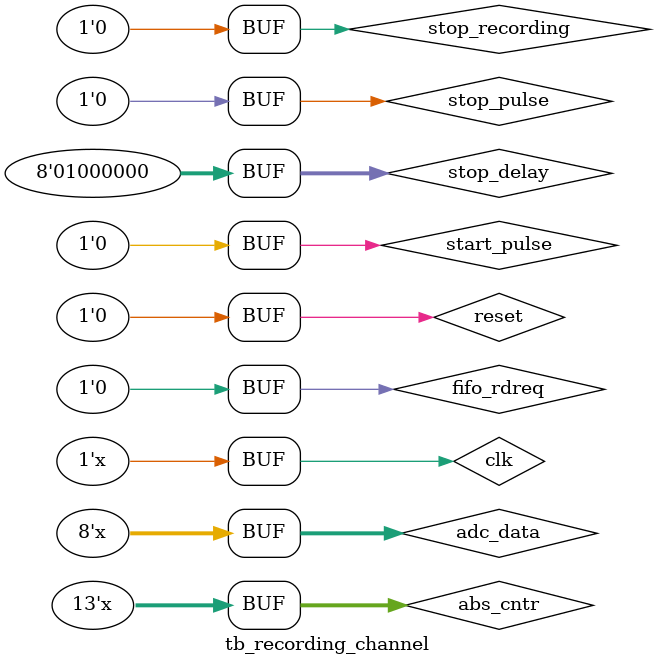
<source format=v>
`timescale 1ns/100ps
module tb_recording_channel();

reg reset = 1;
reg clk = 1;
reg [7:0] adc_data = 0;
reg start_pulse = 0;
reg stop_pulse = 0;
reg [12:0] abs_cntr = 0;
reg fifo_rdreq = 0;
reg stop_recording = 0;
reg [7:0] stop_delay = 8'd64;

always #5
	clk <= ~clk;

always #10000
	begin
	reset = 1;
	#10
	reset = 0;
	#200
	start_pulse = 1;
	#10
	start_pulse = 0;
	#4000
	stop_pulse = 1;
	#10
	stop_pulse = 0;
	#800
	fifo_rdreq = 1;
	#2560
	fifo_rdreq = 0;
	end 
	
always #10
	adc_data <= adc_data + 1;
	
always #10
	if (reset)
		abs_cntr = 0;
	else 
		abs_cntr = abs_cntr + 1;
	




recording_channel u0
(
	.reset(reset), 				//aclr for fifo
	.clk(clk), 					//fast clk (adc domain)
	.fifo_d(adc_data),			//data for writing in fifo 
	.start_pulse(start_pulse),			//start for recording channel
	.stop_pulse(stop_pulse),			//stop recording (with optional delay)
	.stop_recording(stop_recording), 		//if there were no comp pulse, but its neccessary to stop recording
	.stop_delay(stop_delay), 	//delay in clk cycles
	.abs_counter(abs_cntr),	//timestamp from counter
	.fifo_read_request(fifo_rdreq), 	//request for reading from fifo
	.echo_pulse_detected(),	//pulse detected
	.sample_length(), //length of sample, stored in fifo 
	.fifo_usdw(),		//current cnt of words in fifo (address for writing in buf RAM)
	.fifo_q(),		//fifo .(
	.timestamp()		//stop pulse timestamp
);

endmodule 
</source>
